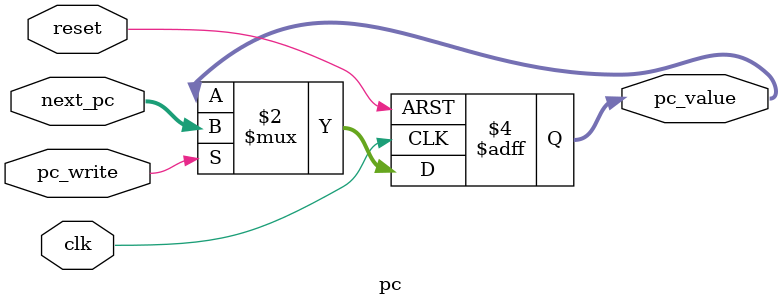
<source format=sv>
module pc (
input logic clk, reset,
input logic pc_write,
input logic [3:0] next_pc,
output logic [3:0] pc_value
);
always_ff @(posedge clk or posedge reset) begin
if (reset)
pc_value <= 4'h0;
else if (pc_write)
pc_value <= next_pc;
end
endmodule

</source>
